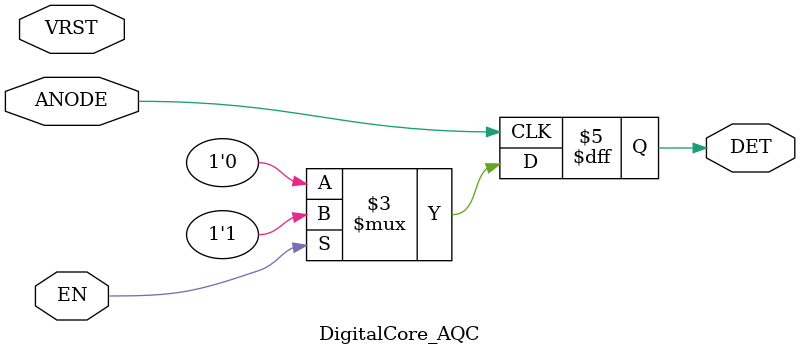
<source format=v>

module DigitalCore_AQC(ANODE, EN, DET, VRST);
    
    inout wire ANODE;
    inout wire VRST;
    input wire EN;
    output reg DET;	
    
    always @(posedge ANODE) begin
	  if (EN) DET <= 1'b1; 
		else DET <= 1'b0;
	end

   // assign HeaterP = 1'b1;
   // assign HeaterN = (En) ? 1'b0 : 1'bz;


endmodule

</source>
